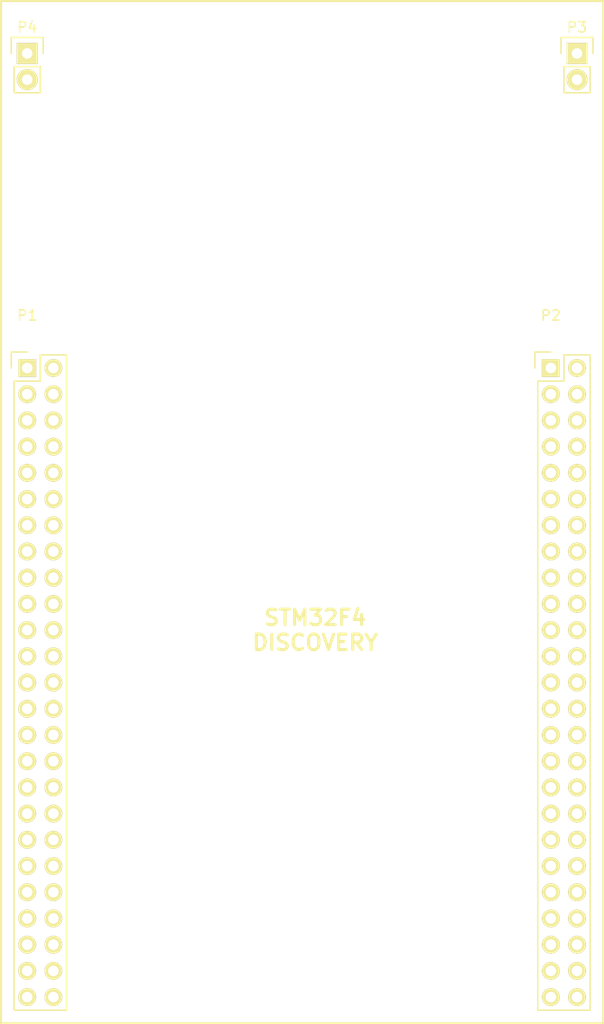
<source format=kicad_pcb>
(kicad_pcb (version 4) (host pcbnew 4.0.2-stable)

  (general
    (links 17)
    (no_connects 17)
    (area 109.119999 55.779999 167.740001 155.040001)
    (thickness 1.6)
    (drawings 5)
    (tracks 0)
    (zones 0)
    (modules 4)
    (nets 88)
  )

  (page A4)
  (layers
    (0 F.Cu signal)
    (31 B.Cu signal)
    (32 B.Adhes user)
    (33 F.Adhes user)
    (34 B.Paste user)
    (35 F.Paste user)
    (36 B.SilkS user)
    (37 F.SilkS user)
    (38 B.Mask user)
    (39 F.Mask user)
    (40 Dwgs.User user)
    (41 Cmts.User user)
    (42 Eco1.User user)
    (43 Eco2.User user)
    (44 Edge.Cuts user)
    (45 Margin user)
    (46 B.CrtYd user)
    (47 F.CrtYd user)
    (48 B.Fab user)
    (49 F.Fab user)
  )

  (setup
    (last_trace_width 0.25)
    (trace_clearance 0.2)
    (zone_clearance 0.508)
    (zone_45_only no)
    (trace_min 0.2)
    (segment_width 0.2)
    (edge_width 0.15)
    (via_size 0.6)
    (via_drill 0.4)
    (via_min_size 0.4)
    (via_min_drill 0.3)
    (uvia_size 0.3)
    (uvia_drill 0.1)
    (uvias_allowed no)
    (uvia_min_size 0.2)
    (uvia_min_drill 0.1)
    (pcb_text_width 0.3)
    (pcb_text_size 1.5 1.5)
    (mod_edge_width 0.15)
    (mod_text_size 1 1)
    (mod_text_width 0.15)
    (pad_size 1.524 1.524)
    (pad_drill 0.762)
    (pad_to_mask_clearance 0.2)
    (aux_axis_origin 0 0)
    (visible_elements FFFFFF7F)
    (pcbplotparams
      (layerselection 0x00030_80000001)
      (usegerberextensions false)
      (excludeedgelayer true)
      (linewidth 0.100000)
      (plotframeref false)
      (viasonmask false)
      (mode 1)
      (useauxorigin false)
      (hpglpennumber 1)
      (hpglpenspeed 20)
      (hpglpendiameter 15)
      (hpglpenoverlay 2)
      (psnegative false)
      (psa4output false)
      (plotreference true)
      (plotvalue true)
      (plotinvisibletext false)
      (padsonsilk false)
      (subtractmaskfromsilk false)
      (outputformat 1)
      (mirror false)
      (drillshape 1)
      (scaleselection 1)
      (outputdirectory ""))
  )

  (net 0 "")
  (net 1 GND)
  (net 2 /VDD)
  (net 3 /NRST)
  (net 4 /PC1)
  (net 5 /PC0)
  (net 6 /PC3)
  (net 7 /PC2)
  (net 8 /PA1)
  (net 9 /PA0)
  (net 10 /PA3)
  (net 11 /PA2)
  (net 12 /PA5)
  (net 13 /PA4)
  (net 14 /PA7)
  (net 15 /PA6)
  (net 16 /PC5)
  (net 17 /PC4)
  (net 18 /PB1)
  (net 19 /PB0)
  (net 20 /PB2)
  (net 21 /PE7)
  (net 22 /PE8)
  (net 23 /PE9)
  (net 24 /PE10)
  (net 25 /PE11)
  (net 26 /PE12)
  (net 27 /PE13)
  (net 28 /PE14)
  (net 29 /PE15)
  (net 30 /PB10)
  (net 31 /PB11)
  (net 32 /PB12)
  (net 33 /PB13)
  (net 34 /PB14)
  (net 35 /PB15)
  (net 36 /PD8)
  (net 37 /PD9)
  (net 38 /PD10)
  (net 39 /PD11)
  (net 40 /PD12)
  (net 41 /PD13)
  (net 42 /PD14)
  (net 43 /PD15)
  (net 44 "Net-(P1-Pad48)")
  (net 45 /5V)
  (net 46 /3V)
  (net 47 /PH0)
  (net 48 /PH1)
  (net 49 /PC14)
  (net 50 /PC15)
  (net 51 /PE6)
  (net 52 /PC13)
  (net 53 /PE4)
  (net 54 /PE5)
  (net 55 /PE2)
  (net 56 /PE3)
  (net 57 /PE0)
  (net 58 /PB9)
  (net 59 /PB8)
  (net 60 /PE1)
  (net 61 /BOOT0)
  (net 62 /PB6)
  (net 63 /PB7)
  (net 64 /PB4)
  (net 65 /PB5)
  (net 66 /PD7)
  (net 67 /PB3)
  (net 68 /PD5)
  (net 69 /PD6)
  (net 70 /PD3)
  (net 71 /PD4)
  (net 72 /PD1)
  (net 73 /PD2)
  (net 74 /PC12)
  (net 75 /PD0)
  (net 76 /PC10)
  (net 77 /PC11)
  (net 78 /PA14)
  (net 79 /PA15)
  (net 80 /PA10)
  (net 81 /PA13)
  (net 82 /PA8)
  (net 83 /PA9)
  (net 84 /PC8)
  (net 85 /PC9)
  (net 86 /PC6)
  (net 87 /PC7)

  (net_class Default "Ceci est la Netclass par défaut"
    (clearance 0.2)
    (trace_width 0.25)
    (via_dia 0.6)
    (via_drill 0.4)
    (uvia_dia 0.3)
    (uvia_drill 0.1)
    (add_net /3V)
    (add_net /5V)
    (add_net /BOOT0)
    (add_net /NRST)
    (add_net /PA0)
    (add_net /PA1)
    (add_net /PA10)
    (add_net /PA13)
    (add_net /PA14)
    (add_net /PA15)
    (add_net /PA2)
    (add_net /PA3)
    (add_net /PA4)
    (add_net /PA5)
    (add_net /PA6)
    (add_net /PA7)
    (add_net /PA8)
    (add_net /PA9)
    (add_net /PB0)
    (add_net /PB1)
    (add_net /PB10)
    (add_net /PB11)
    (add_net /PB12)
    (add_net /PB13)
    (add_net /PB14)
    (add_net /PB15)
    (add_net /PB2)
    (add_net /PB3)
    (add_net /PB4)
    (add_net /PB5)
    (add_net /PB6)
    (add_net /PB7)
    (add_net /PB8)
    (add_net /PB9)
    (add_net /PC0)
    (add_net /PC1)
    (add_net /PC10)
    (add_net /PC11)
    (add_net /PC12)
    (add_net /PC13)
    (add_net /PC14)
    (add_net /PC15)
    (add_net /PC2)
    (add_net /PC3)
    (add_net /PC4)
    (add_net /PC5)
    (add_net /PC6)
    (add_net /PC7)
    (add_net /PC8)
    (add_net /PC9)
    (add_net /PD0)
    (add_net /PD1)
    (add_net /PD10)
    (add_net /PD11)
    (add_net /PD12)
    (add_net /PD13)
    (add_net /PD14)
    (add_net /PD15)
    (add_net /PD2)
    (add_net /PD3)
    (add_net /PD4)
    (add_net /PD5)
    (add_net /PD6)
    (add_net /PD7)
    (add_net /PD8)
    (add_net /PD9)
    (add_net /PE0)
    (add_net /PE1)
    (add_net /PE10)
    (add_net /PE11)
    (add_net /PE12)
    (add_net /PE13)
    (add_net /PE14)
    (add_net /PE15)
    (add_net /PE2)
    (add_net /PE3)
    (add_net /PE4)
    (add_net /PE5)
    (add_net /PE6)
    (add_net /PE7)
    (add_net /PE8)
    (add_net /PE9)
    (add_net /PH0)
    (add_net /PH1)
    (add_net /VDD)
    (add_net GND)
    (add_net "Net-(P1-Pad48)")
  )

  (module Pin_Headers:Pin_Header_Straight_2x25 (layer F.Cu) (tedit 0) (tstamp 57494CF3)
    (at 111.76 91.44)
    (descr "Through hole pin header")
    (tags "pin header")
    (path /5749427D)
    (fp_text reference P1 (at 0 -5.1) (layer F.SilkS)
      (effects (font (size 1 1) (thickness 0.15)))
    )
    (fp_text value P1 (at 0 -3.1) (layer F.Fab)
      (effects (font (size 1 1) (thickness 0.15)))
    )
    (fp_line (start -1.75 -1.75) (end -1.75 62.75) (layer F.CrtYd) (width 0.05))
    (fp_line (start 4.3 -1.75) (end 4.3 62.75) (layer F.CrtYd) (width 0.05))
    (fp_line (start -1.75 -1.75) (end 4.3 -1.75) (layer F.CrtYd) (width 0.05))
    (fp_line (start -1.75 62.75) (end 4.3 62.75) (layer F.CrtYd) (width 0.05))
    (fp_line (start -1.27 1.27) (end -1.27 62.23) (layer F.SilkS) (width 0.15))
    (fp_line (start 3.81 62.23) (end 3.81 -1.27) (layer F.SilkS) (width 0.15))
    (fp_line (start 3.81 62.23) (end -1.27 62.23) (layer F.SilkS) (width 0.15))
    (fp_line (start 3.81 -1.27) (end 1.27 -1.27) (layer F.SilkS) (width 0.15))
    (fp_line (start 0 -1.55) (end -1.55 -1.55) (layer F.SilkS) (width 0.15))
    (fp_line (start 1.27 -1.27) (end 1.27 1.27) (layer F.SilkS) (width 0.15))
    (fp_line (start 1.27 1.27) (end -1.27 1.27) (layer F.SilkS) (width 0.15))
    (fp_line (start -1.55 -1.55) (end -1.55 0) (layer F.SilkS) (width 0.15))
    (pad 1 thru_hole rect (at 0 0) (size 1.7272 1.7272) (drill 1.016) (layers *.Cu *.Mask F.SilkS)
      (net 1 GND))
    (pad 2 thru_hole oval (at 2.54 0) (size 1.7272 1.7272) (drill 1.016) (layers *.Cu *.Mask F.SilkS)
      (net 1 GND))
    (pad 3 thru_hole oval (at 0 2.54) (size 1.7272 1.7272) (drill 1.016) (layers *.Cu *.Mask F.SilkS)
      (net 2 /VDD))
    (pad 4 thru_hole oval (at 2.54 2.54) (size 1.7272 1.7272) (drill 1.016) (layers *.Cu *.Mask F.SilkS)
      (net 2 /VDD))
    (pad 5 thru_hole oval (at 0 5.08) (size 1.7272 1.7272) (drill 1.016) (layers *.Cu *.Mask F.SilkS)
      (net 1 GND))
    (pad 6 thru_hole oval (at 2.54 5.08) (size 1.7272 1.7272) (drill 1.016) (layers *.Cu *.Mask F.SilkS)
      (net 3 /NRST))
    (pad 7 thru_hole oval (at 0 7.62) (size 1.7272 1.7272) (drill 1.016) (layers *.Cu *.Mask F.SilkS)
      (net 4 /PC1))
    (pad 8 thru_hole oval (at 2.54 7.62) (size 1.7272 1.7272) (drill 1.016) (layers *.Cu *.Mask F.SilkS)
      (net 5 /PC0))
    (pad 9 thru_hole oval (at 0 10.16) (size 1.7272 1.7272) (drill 1.016) (layers *.Cu *.Mask F.SilkS)
      (net 6 /PC3))
    (pad 10 thru_hole oval (at 2.54 10.16) (size 1.7272 1.7272) (drill 1.016) (layers *.Cu *.Mask F.SilkS)
      (net 7 /PC2))
    (pad 11 thru_hole oval (at 0 12.7) (size 1.7272 1.7272) (drill 1.016) (layers *.Cu *.Mask F.SilkS)
      (net 8 /PA1))
    (pad 12 thru_hole oval (at 2.54 12.7) (size 1.7272 1.7272) (drill 1.016) (layers *.Cu *.Mask F.SilkS)
      (net 9 /PA0))
    (pad 13 thru_hole oval (at 0 15.24) (size 1.7272 1.7272) (drill 1.016) (layers *.Cu *.Mask F.SilkS)
      (net 10 /PA3))
    (pad 14 thru_hole oval (at 2.54 15.24) (size 1.7272 1.7272) (drill 1.016) (layers *.Cu *.Mask F.SilkS)
      (net 11 /PA2))
    (pad 15 thru_hole oval (at 0 17.78) (size 1.7272 1.7272) (drill 1.016) (layers *.Cu *.Mask F.SilkS)
      (net 12 /PA5))
    (pad 16 thru_hole oval (at 2.54 17.78) (size 1.7272 1.7272) (drill 1.016) (layers *.Cu *.Mask F.SilkS)
      (net 13 /PA4))
    (pad 17 thru_hole oval (at 0 20.32) (size 1.7272 1.7272) (drill 1.016) (layers *.Cu *.Mask F.SilkS)
      (net 14 /PA7))
    (pad 18 thru_hole oval (at 2.54 20.32) (size 1.7272 1.7272) (drill 1.016) (layers *.Cu *.Mask F.SilkS)
      (net 15 /PA6))
    (pad 19 thru_hole oval (at 0 22.86) (size 1.7272 1.7272) (drill 1.016) (layers *.Cu *.Mask F.SilkS)
      (net 16 /PC5))
    (pad 20 thru_hole oval (at 2.54 22.86) (size 1.7272 1.7272) (drill 1.016) (layers *.Cu *.Mask F.SilkS)
      (net 17 /PC4))
    (pad 21 thru_hole oval (at 0 25.4) (size 1.7272 1.7272) (drill 1.016) (layers *.Cu *.Mask F.SilkS)
      (net 18 /PB1))
    (pad 22 thru_hole oval (at 2.54 25.4) (size 1.7272 1.7272) (drill 1.016) (layers *.Cu *.Mask F.SilkS)
      (net 19 /PB0))
    (pad 23 thru_hole oval (at 0 27.94) (size 1.7272 1.7272) (drill 1.016) (layers *.Cu *.Mask F.SilkS)
      (net 1 GND))
    (pad 24 thru_hole oval (at 2.54 27.94) (size 1.7272 1.7272) (drill 1.016) (layers *.Cu *.Mask F.SilkS)
      (net 20 /PB2))
    (pad 25 thru_hole oval (at 0 30.48) (size 1.7272 1.7272) (drill 1.016) (layers *.Cu *.Mask F.SilkS)
      (net 21 /PE7))
    (pad 26 thru_hole oval (at 2.54 30.48) (size 1.7272 1.7272) (drill 1.016) (layers *.Cu *.Mask F.SilkS)
      (net 22 /PE8))
    (pad 27 thru_hole oval (at 0 33.02) (size 1.7272 1.7272) (drill 1.016) (layers *.Cu *.Mask F.SilkS)
      (net 23 /PE9))
    (pad 28 thru_hole oval (at 2.54 33.02) (size 1.7272 1.7272) (drill 1.016) (layers *.Cu *.Mask F.SilkS)
      (net 24 /PE10))
    (pad 29 thru_hole oval (at 0 35.56) (size 1.7272 1.7272) (drill 1.016) (layers *.Cu *.Mask F.SilkS)
      (net 25 /PE11))
    (pad 30 thru_hole oval (at 2.54 35.56) (size 1.7272 1.7272) (drill 1.016) (layers *.Cu *.Mask F.SilkS)
      (net 26 /PE12))
    (pad 31 thru_hole oval (at 0 38.1) (size 1.7272 1.7272) (drill 1.016) (layers *.Cu *.Mask F.SilkS)
      (net 27 /PE13))
    (pad 32 thru_hole oval (at 2.54 38.1) (size 1.7272 1.7272) (drill 1.016) (layers *.Cu *.Mask F.SilkS)
      (net 28 /PE14))
    (pad 33 thru_hole oval (at 0 40.64) (size 1.7272 1.7272) (drill 1.016) (layers *.Cu *.Mask F.SilkS)
      (net 29 /PE15))
    (pad 34 thru_hole oval (at 2.54 40.64) (size 1.7272 1.7272) (drill 1.016) (layers *.Cu *.Mask F.SilkS)
      (net 30 /PB10))
    (pad 35 thru_hole oval (at 0 43.18) (size 1.7272 1.7272) (drill 1.016) (layers *.Cu *.Mask F.SilkS)
      (net 31 /PB11))
    (pad 36 thru_hole oval (at 2.54 43.18) (size 1.7272 1.7272) (drill 1.016) (layers *.Cu *.Mask F.SilkS)
      (net 32 /PB12))
    (pad 37 thru_hole oval (at 0 45.72) (size 1.7272 1.7272) (drill 1.016) (layers *.Cu *.Mask F.SilkS)
      (net 33 /PB13))
    (pad 38 thru_hole oval (at 2.54 45.72) (size 1.7272 1.7272) (drill 1.016) (layers *.Cu *.Mask F.SilkS)
      (net 34 /PB14))
    (pad 39 thru_hole oval (at 0 48.26) (size 1.7272 1.7272) (drill 1.016) (layers *.Cu *.Mask F.SilkS)
      (net 35 /PB15))
    (pad 40 thru_hole oval (at 2.54 48.26) (size 1.7272 1.7272) (drill 1.016) (layers *.Cu *.Mask F.SilkS)
      (net 36 /PD8))
    (pad 41 thru_hole oval (at 0 50.8) (size 1.7272 1.7272) (drill 1.016) (layers *.Cu *.Mask F.SilkS)
      (net 37 /PD9))
    (pad 42 thru_hole oval (at 2.54 50.8) (size 1.7272 1.7272) (drill 1.016) (layers *.Cu *.Mask F.SilkS)
      (net 38 /PD10))
    (pad 43 thru_hole oval (at 0 53.34) (size 1.7272 1.7272) (drill 1.016) (layers *.Cu *.Mask F.SilkS)
      (net 39 /PD11))
    (pad 44 thru_hole oval (at 2.54 53.34) (size 1.7272 1.7272) (drill 1.016) (layers *.Cu *.Mask F.SilkS)
      (net 40 /PD12))
    (pad 45 thru_hole oval (at 0 55.88) (size 1.7272 1.7272) (drill 1.016) (layers *.Cu *.Mask F.SilkS)
      (net 41 /PD13))
    (pad 46 thru_hole oval (at 2.54 55.88) (size 1.7272 1.7272) (drill 1.016) (layers *.Cu *.Mask F.SilkS)
      (net 42 /PD14))
    (pad 47 thru_hole oval (at 0 58.42) (size 1.7272 1.7272) (drill 1.016) (layers *.Cu *.Mask F.SilkS)
      (net 43 /PD15))
    (pad 48 thru_hole oval (at 2.54 58.42) (size 1.7272 1.7272) (drill 1.016) (layers *.Cu *.Mask F.SilkS)
      (net 44 "Net-(P1-Pad48)"))
    (pad 49 thru_hole oval (at 0 60.96) (size 1.7272 1.7272) (drill 1.016) (layers *.Cu *.Mask F.SilkS)
      (net 1 GND))
    (pad 50 thru_hole oval (at 2.54 60.96) (size 1.7272 1.7272) (drill 1.016) (layers *.Cu *.Mask F.SilkS)
      (net 1 GND))
    (model Pin_Headers.3dshapes/Pin_Header_Straight_2x25.wrl
      (at (xyz 0.05 -1.2 0))
      (scale (xyz 1 1 1))
      (rotate (xyz 0 0 90))
    )
  )

  (module Pin_Headers:Pin_Header_Straight_2x25 (layer F.Cu) (tedit 0) (tstamp 57494D29)
    (at 162.56 91.44)
    (descr "Through hole pin header")
    (tags "pin header")
    (path /57494C92)
    (fp_text reference P2 (at 0 -5.1) (layer F.SilkS)
      (effects (font (size 1 1) (thickness 0.15)))
    )
    (fp_text value P2 (at 0 -3.1) (layer F.Fab)
      (effects (font (size 1 1) (thickness 0.15)))
    )
    (fp_line (start -1.75 -1.75) (end -1.75 62.75) (layer F.CrtYd) (width 0.05))
    (fp_line (start 4.3 -1.75) (end 4.3 62.75) (layer F.CrtYd) (width 0.05))
    (fp_line (start -1.75 -1.75) (end 4.3 -1.75) (layer F.CrtYd) (width 0.05))
    (fp_line (start -1.75 62.75) (end 4.3 62.75) (layer F.CrtYd) (width 0.05))
    (fp_line (start -1.27 1.27) (end -1.27 62.23) (layer F.SilkS) (width 0.15))
    (fp_line (start 3.81 62.23) (end 3.81 -1.27) (layer F.SilkS) (width 0.15))
    (fp_line (start 3.81 62.23) (end -1.27 62.23) (layer F.SilkS) (width 0.15))
    (fp_line (start 3.81 -1.27) (end 1.27 -1.27) (layer F.SilkS) (width 0.15))
    (fp_line (start 0 -1.55) (end -1.55 -1.55) (layer F.SilkS) (width 0.15))
    (fp_line (start 1.27 -1.27) (end 1.27 1.27) (layer F.SilkS) (width 0.15))
    (fp_line (start 1.27 1.27) (end -1.27 1.27) (layer F.SilkS) (width 0.15))
    (fp_line (start -1.55 -1.55) (end -1.55 0) (layer F.SilkS) (width 0.15))
    (pad 1 thru_hole rect (at 0 0) (size 1.7272 1.7272) (drill 1.016) (layers *.Cu *.Mask F.SilkS)
      (net 1 GND))
    (pad 2 thru_hole oval (at 2.54 0) (size 1.7272 1.7272) (drill 1.016) (layers *.Cu *.Mask F.SilkS)
      (net 1 GND))
    (pad 3 thru_hole oval (at 0 2.54) (size 1.7272 1.7272) (drill 1.016) (layers *.Cu *.Mask F.SilkS)
      (net 45 /5V))
    (pad 4 thru_hole oval (at 2.54 2.54) (size 1.7272 1.7272) (drill 1.016) (layers *.Cu *.Mask F.SilkS)
      (net 45 /5V))
    (pad 5 thru_hole oval (at 0 5.08) (size 1.7272 1.7272) (drill 1.016) (layers *.Cu *.Mask F.SilkS)
      (net 46 /3V))
    (pad 6 thru_hole oval (at 2.54 5.08) (size 1.7272 1.7272) (drill 1.016) (layers *.Cu *.Mask F.SilkS)
      (net 46 /3V))
    (pad 7 thru_hole oval (at 0 7.62) (size 1.7272 1.7272) (drill 1.016) (layers *.Cu *.Mask F.SilkS)
      (net 47 /PH0))
    (pad 8 thru_hole oval (at 2.54 7.62) (size 1.7272 1.7272) (drill 1.016) (layers *.Cu *.Mask F.SilkS)
      (net 48 /PH1))
    (pad 9 thru_hole oval (at 0 10.16) (size 1.7272 1.7272) (drill 1.016) (layers *.Cu *.Mask F.SilkS)
      (net 49 /PC14))
    (pad 10 thru_hole oval (at 2.54 10.16) (size 1.7272 1.7272) (drill 1.016) (layers *.Cu *.Mask F.SilkS)
      (net 50 /PC15))
    (pad 11 thru_hole oval (at 0 12.7) (size 1.7272 1.7272) (drill 1.016) (layers *.Cu *.Mask F.SilkS)
      (net 51 /PE6))
    (pad 12 thru_hole oval (at 2.54 12.7) (size 1.7272 1.7272) (drill 1.016) (layers *.Cu *.Mask F.SilkS)
      (net 52 /PC13))
    (pad 13 thru_hole oval (at 0 15.24) (size 1.7272 1.7272) (drill 1.016) (layers *.Cu *.Mask F.SilkS)
      (net 53 /PE4))
    (pad 14 thru_hole oval (at 2.54 15.24) (size 1.7272 1.7272) (drill 1.016) (layers *.Cu *.Mask F.SilkS)
      (net 54 /PE5))
    (pad 15 thru_hole oval (at 0 17.78) (size 1.7272 1.7272) (drill 1.016) (layers *.Cu *.Mask F.SilkS)
      (net 55 /PE2))
    (pad 16 thru_hole oval (at 2.54 17.78) (size 1.7272 1.7272) (drill 1.016) (layers *.Cu *.Mask F.SilkS)
      (net 56 /PE3))
    (pad 17 thru_hole oval (at 0 20.32) (size 1.7272 1.7272) (drill 1.016) (layers *.Cu *.Mask F.SilkS)
      (net 57 /PE0))
    (pad 18 thru_hole oval (at 2.54 20.32) (size 1.7272 1.7272) (drill 1.016) (layers *.Cu *.Mask F.SilkS)
      (net 58 /PB9))
    (pad 19 thru_hole oval (at 0 22.86) (size 1.7272 1.7272) (drill 1.016) (layers *.Cu *.Mask F.SilkS)
      (net 59 /PB8))
    (pad 20 thru_hole oval (at 2.54 22.86) (size 1.7272 1.7272) (drill 1.016) (layers *.Cu *.Mask F.SilkS)
      (net 60 /PE1))
    (pad 21 thru_hole oval (at 0 25.4) (size 1.7272 1.7272) (drill 1.016) (layers *.Cu *.Mask F.SilkS)
      (net 61 /BOOT0))
    (pad 22 thru_hole oval (at 2.54 25.4) (size 1.7272 1.7272) (drill 1.016) (layers *.Cu *.Mask F.SilkS)
      (net 2 /VDD))
    (pad 23 thru_hole oval (at 0 27.94) (size 1.7272 1.7272) (drill 1.016) (layers *.Cu *.Mask F.SilkS)
      (net 62 /PB6))
    (pad 24 thru_hole oval (at 2.54 27.94) (size 1.7272 1.7272) (drill 1.016) (layers *.Cu *.Mask F.SilkS)
      (net 63 /PB7))
    (pad 25 thru_hole oval (at 0 30.48) (size 1.7272 1.7272) (drill 1.016) (layers *.Cu *.Mask F.SilkS)
      (net 64 /PB4))
    (pad 26 thru_hole oval (at 2.54 30.48) (size 1.7272 1.7272) (drill 1.016) (layers *.Cu *.Mask F.SilkS)
      (net 65 /PB5))
    (pad 27 thru_hole oval (at 0 33.02) (size 1.7272 1.7272) (drill 1.016) (layers *.Cu *.Mask F.SilkS)
      (net 66 /PD7))
    (pad 28 thru_hole oval (at 2.54 33.02) (size 1.7272 1.7272) (drill 1.016) (layers *.Cu *.Mask F.SilkS)
      (net 67 /PB3))
    (pad 29 thru_hole oval (at 0 35.56) (size 1.7272 1.7272) (drill 1.016) (layers *.Cu *.Mask F.SilkS)
      (net 68 /PD5))
    (pad 30 thru_hole oval (at 2.54 35.56) (size 1.7272 1.7272) (drill 1.016) (layers *.Cu *.Mask F.SilkS)
      (net 69 /PD6))
    (pad 31 thru_hole oval (at 0 38.1) (size 1.7272 1.7272) (drill 1.016) (layers *.Cu *.Mask F.SilkS)
      (net 70 /PD3))
    (pad 32 thru_hole oval (at 2.54 38.1) (size 1.7272 1.7272) (drill 1.016) (layers *.Cu *.Mask F.SilkS)
      (net 71 /PD4))
    (pad 33 thru_hole oval (at 0 40.64) (size 1.7272 1.7272) (drill 1.016) (layers *.Cu *.Mask F.SilkS)
      (net 72 /PD1))
    (pad 34 thru_hole oval (at 2.54 40.64) (size 1.7272 1.7272) (drill 1.016) (layers *.Cu *.Mask F.SilkS)
      (net 73 /PD2))
    (pad 35 thru_hole oval (at 0 43.18) (size 1.7272 1.7272) (drill 1.016) (layers *.Cu *.Mask F.SilkS)
      (net 74 /PC12))
    (pad 36 thru_hole oval (at 2.54 43.18) (size 1.7272 1.7272) (drill 1.016) (layers *.Cu *.Mask F.SilkS)
      (net 75 /PD0))
    (pad 37 thru_hole oval (at 0 45.72) (size 1.7272 1.7272) (drill 1.016) (layers *.Cu *.Mask F.SilkS)
      (net 76 /PC10))
    (pad 38 thru_hole oval (at 2.54 45.72) (size 1.7272 1.7272) (drill 1.016) (layers *.Cu *.Mask F.SilkS)
      (net 77 /PC11))
    (pad 39 thru_hole oval (at 0 48.26) (size 1.7272 1.7272) (drill 1.016) (layers *.Cu *.Mask F.SilkS)
      (net 78 /PA14))
    (pad 40 thru_hole oval (at 2.54 48.26) (size 1.7272 1.7272) (drill 1.016) (layers *.Cu *.Mask F.SilkS)
      (net 79 /PA15))
    (pad 41 thru_hole oval (at 0 50.8) (size 1.7272 1.7272) (drill 1.016) (layers *.Cu *.Mask F.SilkS)
      (net 80 /PA10))
    (pad 42 thru_hole oval (at 2.54 50.8) (size 1.7272 1.7272) (drill 1.016) (layers *.Cu *.Mask F.SilkS)
      (net 81 /PA13))
    (pad 43 thru_hole oval (at 0 53.34) (size 1.7272 1.7272) (drill 1.016) (layers *.Cu *.Mask F.SilkS)
      (net 82 /PA8))
    (pad 44 thru_hole oval (at 2.54 53.34) (size 1.7272 1.7272) (drill 1.016) (layers *.Cu *.Mask F.SilkS)
      (net 83 /PA9))
    (pad 45 thru_hole oval (at 0 55.88) (size 1.7272 1.7272) (drill 1.016) (layers *.Cu *.Mask F.SilkS)
      (net 84 /PC8))
    (pad 46 thru_hole oval (at 2.54 55.88) (size 1.7272 1.7272) (drill 1.016) (layers *.Cu *.Mask F.SilkS)
      (net 85 /PC9))
    (pad 47 thru_hole oval (at 0 58.42) (size 1.7272 1.7272) (drill 1.016) (layers *.Cu *.Mask F.SilkS)
      (net 86 /PC6))
    (pad 48 thru_hole oval (at 2.54 58.42) (size 1.7272 1.7272) (drill 1.016) (layers *.Cu *.Mask F.SilkS)
      (net 87 /PC7))
    (pad 49 thru_hole oval (at 0 60.96) (size 1.7272 1.7272) (drill 1.016) (layers *.Cu *.Mask F.SilkS)
      (net 1 GND))
    (pad 50 thru_hole oval (at 2.54 60.96) (size 1.7272 1.7272) (drill 1.016) (layers *.Cu *.Mask F.SilkS)
      (net 1 GND))
    (model Pin_Headers.3dshapes/Pin_Header_Straight_2x25.wrl
      (at (xyz 0.05 -1.2 0))
      (scale (xyz 1 1 1))
      (rotate (xyz 0 0 90))
    )
  )

  (module Pin_Headers:Pin_Header_Straight_1x02 (layer F.Cu) (tedit 57494E8F) (tstamp 57494D2F)
    (at 165.1 60.96)
    (descr "Through hole pin header")
    (tags "pin header")
    (path /5749430F)
    (fp_text reference P3 (at 0 -2.54) (layer F.SilkS)
      (effects (font (size 1 1) (thickness 0.15)))
    )
    (fp_text value JP3 (at 0 5.08) (layer F.Fab)
      (effects (font (size 1 1) (thickness 0.15)))
    )
    (fp_line (start 1.27 1.27) (end 1.27 3.81) (layer F.SilkS) (width 0.15))
    (fp_line (start 1.55 -1.55) (end 1.55 0) (layer F.SilkS) (width 0.15))
    (fp_line (start -1.75 -1.75) (end -1.75 4.3) (layer F.CrtYd) (width 0.05))
    (fp_line (start 1.75 -1.75) (end 1.75 4.3) (layer F.CrtYd) (width 0.05))
    (fp_line (start -1.75 -1.75) (end 1.75 -1.75) (layer F.CrtYd) (width 0.05))
    (fp_line (start -1.75 4.3) (end 1.75 4.3) (layer F.CrtYd) (width 0.05))
    (fp_line (start 1.27 1.27) (end -1.27 1.27) (layer F.SilkS) (width 0.15))
    (fp_line (start -1.55 0) (end -1.55 -1.55) (layer F.SilkS) (width 0.15))
    (fp_line (start -1.55 -1.55) (end 1.55 -1.55) (layer F.SilkS) (width 0.15))
    (fp_line (start -1.27 1.27) (end -1.27 3.81) (layer F.SilkS) (width 0.15))
    (fp_line (start -1.27 3.81) (end 1.27 3.81) (layer F.SilkS) (width 0.15))
    (pad 1 thru_hole rect (at 0 0) (size 2.032 2.032) (drill 1.016) (layers *.Cu *.Mask F.SilkS)
      (net 1 GND))
    (pad 2 thru_hole oval (at 0 2.54) (size 2.032 2.032) (drill 1.016) (layers *.Cu *.Mask F.SilkS)
      (net 1 GND))
    (model Pin_Headers.3dshapes/Pin_Header_Straight_1x02.wrl
      (at (xyz 0 -0.05 0))
      (scale (xyz 1 1 1))
      (rotate (xyz 0 0 90))
    )
  )

  (module Pin_Headers:Pin_Header_Straight_1x02 (layer F.Cu) (tedit 57494E88) (tstamp 57494D35)
    (at 111.76 60.96)
    (descr "Through hole pin header")
    (tags "pin header")
    (path /57494354)
    (fp_text reference P4 (at 0 -2.54) (layer F.SilkS)
      (effects (font (size 1 1) (thickness 0.15)))
    )
    (fp_text value JP2 (at 0 5.08) (layer F.Fab)
      (effects (font (size 1 1) (thickness 0.15)))
    )
    (fp_line (start 1.27 1.27) (end 1.27 3.81) (layer F.SilkS) (width 0.15))
    (fp_line (start 1.55 -1.55) (end 1.55 0) (layer F.SilkS) (width 0.15))
    (fp_line (start -1.75 -1.75) (end -1.75 4.3) (layer F.CrtYd) (width 0.05))
    (fp_line (start 1.75 -1.75) (end 1.75 4.3) (layer F.CrtYd) (width 0.05))
    (fp_line (start -1.75 -1.75) (end 1.75 -1.75) (layer F.CrtYd) (width 0.05))
    (fp_line (start -1.75 4.3) (end 1.75 4.3) (layer F.CrtYd) (width 0.05))
    (fp_line (start 1.27 1.27) (end -1.27 1.27) (layer F.SilkS) (width 0.15))
    (fp_line (start -1.55 0) (end -1.55 -1.55) (layer F.SilkS) (width 0.15))
    (fp_line (start -1.55 -1.55) (end 1.55 -1.55) (layer F.SilkS) (width 0.15))
    (fp_line (start -1.27 1.27) (end -1.27 3.81) (layer F.SilkS) (width 0.15))
    (fp_line (start -1.27 3.81) (end 1.27 3.81) (layer F.SilkS) (width 0.15))
    (pad 1 thru_hole rect (at 0 0) (size 2.032 2.032) (drill 1.016) (layers *.Cu *.Mask F.SilkS)
      (net 1 GND))
    (pad 2 thru_hole oval (at 0 2.54) (size 2.032 2.032) (drill 1.016) (layers *.Cu *.Mask F.SilkS)
      (net 1 GND))
    (model Pin_Headers.3dshapes/Pin_Header_Straight_1x02.wrl
      (at (xyz 0 -0.05 0))
      (scale (xyz 1 1 1))
      (rotate (xyz 0 0 90))
    )
  )

  (gr_text "STM32F4\nDISCOVERY" (at 139.7 116.84) (layer F.SilkS)
    (effects (font (size 1.5 1.5) (thickness 0.3)))
  )
  (gr_line (start 109.22 55.88) (end 109.22 154.94) (angle 90) (layer F.SilkS) (width 0.2))
  (gr_line (start 167.64 55.88) (end 109.22 55.88) (angle 90) (layer F.SilkS) (width 0.2))
  (gr_line (start 167.64 154.94) (end 167.64 55.88) (angle 90) (layer F.SilkS) (width 0.2))
  (gr_line (start 109.22 154.94) (end 167.64 154.94) (angle 90) (layer F.SilkS) (width 0.2))

)

</source>
